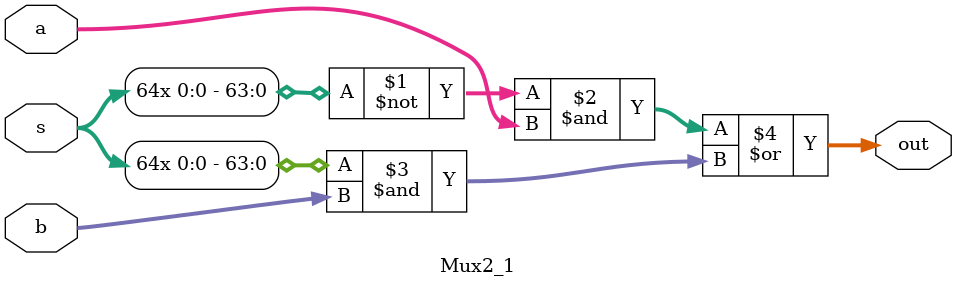
<source format=sv>

module Mux2_1 (
    input logic [63:0] a,
    input logic [63:0] b,
    input  logic s,
    output logic [63:0] out
);

assign out = ( ~{64{s}} & a ) | ( {64{s}} & b );
endmodule 

</source>
